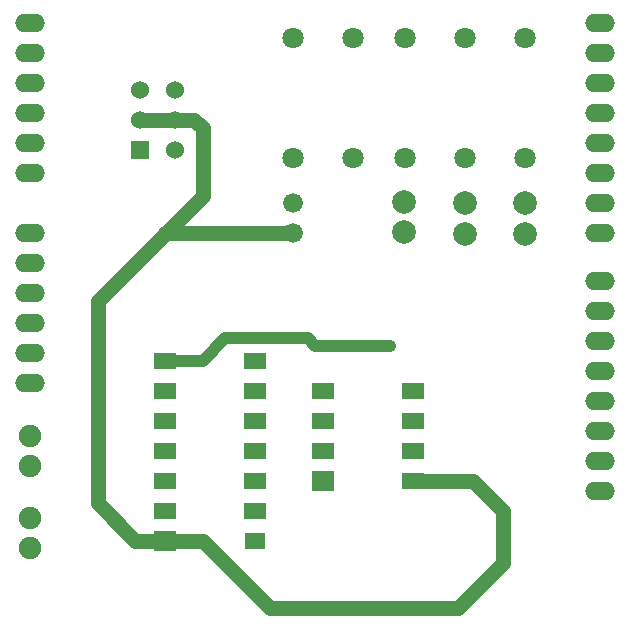
<source format=gbl>
G04 (created by PCBNEW (2013-jul-07)-stable) date Wed 25 Feb 2015 17:07:09 CET*
%MOIN*%
G04 Gerber Fmt 3.4, Leading zero omitted, Abs format*
%FSLAX34Y34*%
G01*
G70*
G90*
G04 APERTURE LIST*
%ADD10C,0.00590551*%
%ADD11O,0.1X0.06*%
%ADD12R,0.06X0.06*%
%ADD13C,0.06*%
%ADD14C,0.066*%
%ADD15R,0.0748031X0.0708661*%
%ADD16R,0.0748031X0.0551181*%
%ADD17R,0.0669291X0.0551181*%
%ADD18C,0.0748031*%
%ADD19C,0.0708661*%
%ADD20C,0.0787402*%
%ADD21C,0.035*%
%ADD22C,0.04*%
%ADD23C,0.05*%
G04 APERTURE END LIST*
G54D10*
G54D11*
X61250Y-24250D03*
X61250Y-25250D03*
X61250Y-26250D03*
X61250Y-29250D03*
X61250Y-28250D03*
X61250Y-27250D03*
X61250Y-31250D03*
X61250Y-32250D03*
X61250Y-33250D03*
X61250Y-35250D03*
X61250Y-36250D03*
X80250Y-24250D03*
X80250Y-25250D03*
X80250Y-26250D03*
X80250Y-27250D03*
X80250Y-28250D03*
X80250Y-29250D03*
X80250Y-30250D03*
X80250Y-31250D03*
X80250Y-32850D03*
X80250Y-33850D03*
X80250Y-34850D03*
X80250Y-35850D03*
X80250Y-36850D03*
X80250Y-37850D03*
X80250Y-38850D03*
X80250Y-39850D03*
X61250Y-34250D03*
G54D12*
X64905Y-28460D03*
G54D13*
X64905Y-27460D03*
X64905Y-26460D03*
X66094Y-26460D03*
X66094Y-27460D03*
X66094Y-28460D03*
G54D14*
X70000Y-31250D03*
X70000Y-30250D03*
G54D15*
X65750Y-41500D03*
G54D16*
X65750Y-40500D03*
X65750Y-39500D03*
X65750Y-38500D03*
X65750Y-37500D03*
X65750Y-36500D03*
X65750Y-35500D03*
X68750Y-35500D03*
X68750Y-36500D03*
X68750Y-37500D03*
X68750Y-38500D03*
X68750Y-39500D03*
X68750Y-40500D03*
G54D17*
X68750Y-41500D03*
G54D18*
X61250Y-40750D03*
X61250Y-41734D03*
X61250Y-39000D03*
X61250Y-38000D03*
G54D15*
X71000Y-39500D03*
G54D16*
X71000Y-38500D03*
X71000Y-37500D03*
X71000Y-36500D03*
X74000Y-36500D03*
X74000Y-37500D03*
X74000Y-38500D03*
X74000Y-39500D03*
G54D19*
X77750Y-24750D03*
X77750Y-28750D03*
X75750Y-24750D03*
X75750Y-28750D03*
X73750Y-24750D03*
X73750Y-28750D03*
G54D20*
X77750Y-31261D03*
X77750Y-30238D03*
X75750Y-31261D03*
X75750Y-30238D03*
X73700Y-31211D03*
X73700Y-30188D03*
G54D19*
X72000Y-28750D03*
X72000Y-24750D03*
X70000Y-24750D03*
X70000Y-28750D03*
G54D21*
X73250Y-35000D03*
G54D22*
X65750Y-35500D02*
X67000Y-35500D01*
X70750Y-35000D02*
X73250Y-35000D01*
X70500Y-34750D02*
X70750Y-35000D01*
X67750Y-34750D02*
X70500Y-34750D01*
X67000Y-35500D02*
X67750Y-34750D01*
G54D23*
X74000Y-39500D02*
X76000Y-39500D01*
X67000Y-41500D02*
X65750Y-41500D01*
X69250Y-43750D02*
X67000Y-41500D01*
X75500Y-43750D02*
X69250Y-43750D01*
X77000Y-42250D02*
X75500Y-43750D01*
X77000Y-40500D02*
X77000Y-42250D01*
X76000Y-39500D02*
X77000Y-40500D01*
X70000Y-31250D02*
X65750Y-31250D01*
X66000Y-31250D02*
X66000Y-31000D01*
X65750Y-31250D02*
X66000Y-31250D01*
X66094Y-27460D02*
X64905Y-27460D01*
X65750Y-41500D02*
X64750Y-41500D01*
X66710Y-27460D02*
X66094Y-27460D01*
X67000Y-27750D02*
X66710Y-27460D01*
X67000Y-30000D02*
X67000Y-27750D01*
X63500Y-33500D02*
X66000Y-31000D01*
X66000Y-31000D02*
X67000Y-30000D01*
X63500Y-40250D02*
X63500Y-33500D01*
X64750Y-41500D02*
X63500Y-40250D01*
M02*

</source>
